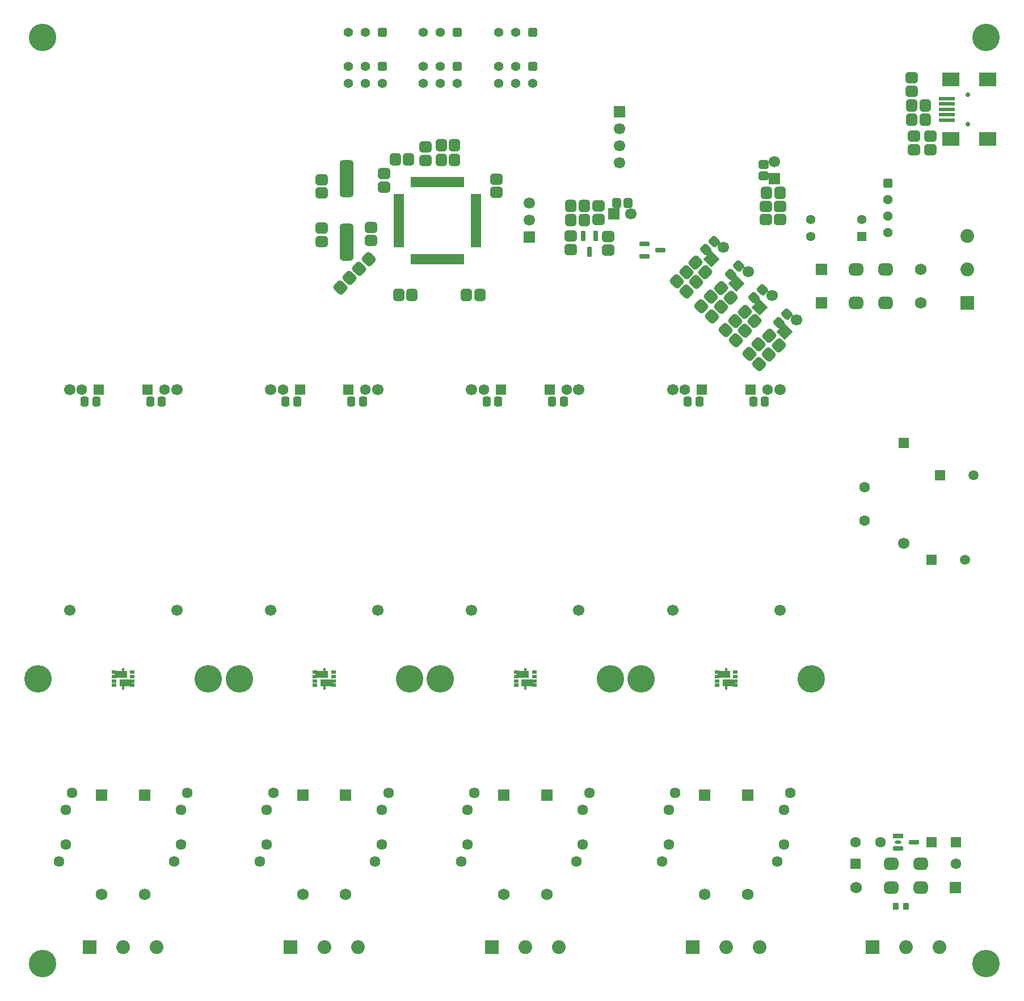
<source format=gts>
G04*
G04 #@! TF.GenerationSoftware,Altium Limited,Altium Designer,20.1.14 (287)*
G04*
G04 Layer_Color=8388736*
%FSLAX44Y44*%
%MOMM*%
G71*
G04*
G04 #@! TF.SameCoordinates,3D168701-3FA7-4EF5-9C64-F6DF4846A73D*
G04*
G04*
G04 #@! TF.FilePolarity,Negative*
G04*
G01*
G75*
%ADD15R,0.4300X0.4725*%
%ADD16R,1.9250X1.0500*%
%ADD38R,2.4000X0.6000*%
%ADD39R,2.6000X2.1000*%
G04:AMPARAMS|DCode=40|XSize=5.6mm|YSize=2.1mm|CornerRadius=0.55mm|HoleSize=0mm|Usage=FLASHONLY|Rotation=270.000|XOffset=0mm|YOffset=0mm|HoleType=Round|Shape=RoundedRectangle|*
%AMROUNDEDRECTD40*
21,1,5.6000,1.0000,0,0,270.0*
21,1,4.5000,2.1000,0,0,270.0*
1,1,1.1000,-0.5000,-2.2500*
1,1,1.1000,-0.5000,2.2500*
1,1,1.1000,0.5000,2.2500*
1,1,1.1000,0.5000,-2.2500*
%
%ADD40ROUNDEDRECTD40*%
%ADD41R,1.6500X0.5000*%
%ADD42R,0.5000X1.6500*%
G04:AMPARAMS|DCode=43|XSize=1.55mm|YSize=1.35mm|CornerRadius=0.3875mm|HoleSize=0mm|Usage=FLASHONLY|Rotation=90.000|XOffset=0mm|YOffset=0mm|HoleType=Round|Shape=RoundedRectangle|*
%AMROUNDEDRECTD43*
21,1,1.5500,0.5750,0,0,90.0*
21,1,0.7750,1.3500,0,0,90.0*
1,1,0.7750,0.2875,0.3875*
1,1,0.7750,0.2875,-0.3875*
1,1,0.7750,-0.2875,-0.3875*
1,1,0.7750,-0.2875,0.3875*
%
%ADD43ROUNDEDRECTD43*%
G04:AMPARAMS|DCode=44|XSize=1.55mm|YSize=1.35mm|CornerRadius=0.3875mm|HoleSize=0mm|Usage=FLASHONLY|Rotation=135.000|XOffset=0mm|YOffset=0mm|HoleType=Round|Shape=RoundedRectangle|*
%AMROUNDEDRECTD44*
21,1,1.5500,0.5750,0,0,135.0*
21,1,0.7750,1.3500,0,0,135.0*
1,1,0.7750,-0.0707,0.4773*
1,1,0.7750,0.4773,-0.0707*
1,1,0.7750,0.0707,-0.4773*
1,1,0.7750,-0.4773,0.0707*
%
%ADD44ROUNDEDRECTD44*%
G04:AMPARAMS|DCode=45|XSize=0.94mm|YSize=0.56mm|CornerRadius=0.165mm|HoleSize=0mm|Usage=FLASHONLY|Rotation=180.000|XOffset=0mm|YOffset=0mm|HoleType=Round|Shape=RoundedRectangle|*
%AMROUNDEDRECTD45*
21,1,0.9400,0.2300,0,0,180.0*
21,1,0.6100,0.5600,0,0,180.0*
1,1,0.3300,-0.3050,0.1150*
1,1,0.3300,0.3050,0.1150*
1,1,0.3300,0.3050,-0.1150*
1,1,0.3300,-0.3050,-0.1150*
%
%ADD45ROUNDEDRECTD45*%
G04:AMPARAMS|DCode=46|XSize=2.12mm|YSize=1.78mm|CornerRadius=0.47mm|HoleSize=0mm|Usage=FLASHONLY|Rotation=180.000|XOffset=0mm|YOffset=0mm|HoleType=Round|Shape=RoundedRectangle|*
%AMROUNDEDRECTD46*
21,1,2.1200,0.8400,0,0,180.0*
21,1,1.1800,1.7800,0,0,180.0*
1,1,0.9400,-0.5900,0.4200*
1,1,0.9400,0.5900,0.4200*
1,1,0.9400,0.5900,-0.4200*
1,1,0.9400,-0.5900,-0.4200*
%
%ADD46ROUNDEDRECTD46*%
G04:AMPARAMS|DCode=47|XSize=1.08mm|YSize=0.91mm|CornerRadius=0.2525mm|HoleSize=0mm|Usage=FLASHONLY|Rotation=270.000|XOffset=0mm|YOffset=0mm|HoleType=Round|Shape=RoundedRectangle|*
%AMROUNDEDRECTD47*
21,1,1.0800,0.4050,0,0,270.0*
21,1,0.5750,0.9100,0,0,270.0*
1,1,0.5050,-0.2025,-0.2875*
1,1,0.5050,-0.2025,0.2875*
1,1,0.5050,0.2025,0.2875*
1,1,0.5050,0.2025,-0.2875*
%
%ADD47ROUNDEDRECTD47*%
%ADD48R,0.7000X1.5500*%
G04:AMPARAMS|DCode=49|XSize=0.7mm|YSize=1.55mm|CornerRadius=0.2mm|HoleSize=0mm|Usage=FLASHONLY|Rotation=0.000|XOffset=0mm|YOffset=0mm|HoleType=Round|Shape=RoundedRectangle|*
%AMROUNDEDRECTD49*
21,1,0.7000,1.1500,0,0,0.0*
21,1,0.3000,1.5500,0,0,0.0*
1,1,0.4000,0.1500,-0.5750*
1,1,0.4000,-0.1500,-0.5750*
1,1,0.4000,-0.1500,0.5750*
1,1,0.4000,0.1500,0.5750*
%
%ADD49ROUNDEDRECTD49*%
G04:AMPARAMS|DCode=50|XSize=1.7mm|YSize=1.85mm|CornerRadius=0.45mm|HoleSize=0mm|Usage=FLASHONLY|Rotation=270.000|XOffset=0mm|YOffset=0mm|HoleType=Round|Shape=RoundedRectangle|*
%AMROUNDEDRECTD50*
21,1,1.7000,0.9500,0,0,270.0*
21,1,0.8000,1.8500,0,0,270.0*
1,1,0.9000,-0.4750,-0.4000*
1,1,0.9000,-0.4750,0.4000*
1,1,0.9000,0.4750,0.4000*
1,1,0.9000,0.4750,-0.4000*
%
%ADD50ROUNDEDRECTD50*%
%ADD51R,1.5500X0.7000*%
G04:AMPARAMS|DCode=52|XSize=0.7mm|YSize=1.55mm|CornerRadius=0.2mm|HoleSize=0mm|Usage=FLASHONLY|Rotation=90.000|XOffset=0mm|YOffset=0mm|HoleType=Round|Shape=RoundedRectangle|*
%AMROUNDEDRECTD52*
21,1,0.7000,1.1500,0,0,90.0*
21,1,0.3000,1.5500,0,0,90.0*
1,1,0.4000,0.5750,0.1500*
1,1,0.4000,0.5750,-0.1500*
1,1,0.4000,-0.5750,-0.1500*
1,1,0.4000,-0.5750,0.1500*
%
%ADD52ROUNDEDRECTD52*%
G04:AMPARAMS|DCode=53|XSize=1.7mm|YSize=1.85mm|CornerRadius=0.45mm|HoleSize=0mm|Usage=FLASHONLY|Rotation=0.000|XOffset=0mm|YOffset=0mm|HoleType=Round|Shape=RoundedRectangle|*
%AMROUNDEDRECTD53*
21,1,1.7000,0.9500,0,0,0.0*
21,1,0.8000,1.8500,0,0,0.0*
1,1,0.9000,0.4000,-0.4750*
1,1,0.9000,-0.4000,-0.4750*
1,1,0.9000,-0.4000,0.4750*
1,1,0.9000,0.4000,0.4750*
%
%ADD53ROUNDEDRECTD53*%
G04:AMPARAMS|DCode=54|XSize=1.7mm|YSize=1.85mm|CornerRadius=0.45mm|HoleSize=0mm|Usage=FLASHONLY|Rotation=225.000|XOffset=0mm|YOffset=0mm|HoleType=Round|Shape=RoundedRectangle|*
%AMROUNDEDRECTD54*
21,1,1.7000,0.9500,0,0,225.0*
21,1,0.8000,1.8500,0,0,225.0*
1,1,0.9000,-0.6187,0.0530*
1,1,0.9000,-0.0530,0.6187*
1,1,0.9000,0.6187,-0.0530*
1,1,0.9000,0.0530,-0.6187*
%
%ADD54ROUNDEDRECTD54*%
G04:AMPARAMS|DCode=55|XSize=1.45mm|YSize=1.25mm|CornerRadius=0.3375mm|HoleSize=0mm|Usage=FLASHONLY|Rotation=270.000|XOffset=0mm|YOffset=0mm|HoleType=Round|Shape=RoundedRectangle|*
%AMROUNDEDRECTD55*
21,1,1.4500,0.5750,0,0,270.0*
21,1,0.7750,1.2500,0,0,270.0*
1,1,0.6750,-0.2875,-0.3875*
1,1,0.6750,-0.2875,0.3875*
1,1,0.6750,0.2875,0.3875*
1,1,0.6750,0.2875,-0.3875*
%
%ADD55ROUNDEDRECTD55*%
%ADD56R,0.6800X0.5000*%
G04:AMPARAMS|DCode=57|XSize=1.7mm|YSize=1.85mm|CornerRadius=0.45mm|HoleSize=0mm|Usage=FLASHONLY|Rotation=315.000|XOffset=0mm|YOffset=0mm|HoleType=Round|Shape=RoundedRectangle|*
%AMROUNDEDRECTD57*
21,1,1.7000,0.9500,0,0,315.0*
21,1,0.8000,1.8500,0,0,315.0*
1,1,0.9000,-0.0530,-0.6187*
1,1,0.9000,-0.6187,-0.0530*
1,1,0.9000,0.0530,0.6187*
1,1,0.9000,0.6187,0.0530*
%
%ADD57ROUNDEDRECTD57*%
G04:AMPARAMS|DCode=58|XSize=1.55mm|YSize=1.35mm|CornerRadius=0.3875mm|HoleSize=0mm|Usage=FLASHONLY|Rotation=180.000|XOffset=0mm|YOffset=0mm|HoleType=Round|Shape=RoundedRectangle|*
%AMROUNDEDRECTD58*
21,1,1.5500,0.5750,0,0,180.0*
21,1,0.7750,1.3500,0,0,180.0*
1,1,0.7750,-0.3875,0.2875*
1,1,0.7750,0.3875,0.2875*
1,1,0.7750,0.3875,-0.2875*
1,1,0.7750,-0.3875,-0.2875*
%
%ADD58ROUNDEDRECTD58*%
%ADD59C,0.7000*%
%ADD60C,1.4000*%
G04:AMPARAMS|DCode=61|XSize=1.4mm|YSize=1.4mm|CornerRadius=0.375mm|HoleSize=0mm|Usage=FLASHONLY|Rotation=270.000|XOffset=0mm|YOffset=0mm|HoleType=Round|Shape=RoundedRectangle|*
%AMROUNDEDRECTD61*
21,1,1.4000,0.6500,0,0,270.0*
21,1,0.6500,1.4000,0,0,270.0*
1,1,0.7500,-0.3250,-0.3250*
1,1,0.7500,-0.3250,0.3250*
1,1,0.7500,0.3250,0.3250*
1,1,0.7500,0.3250,-0.3250*
%
%ADD61ROUNDEDRECTD61*%
%ADD62R,1.4000X1.4000*%
%ADD63C,1.4370*%
G04:AMPARAMS|DCode=64|XSize=1.437mm|YSize=1.437mm|CornerRadius=0.3843mm|HoleSize=0mm|Usage=FLASHONLY|Rotation=270.000|XOffset=0mm|YOffset=0mm|HoleType=Round|Shape=RoundedRectangle|*
%AMROUNDEDRECTD64*
21,1,1.4370,0.6685,0,0,270.0*
21,1,0.6685,1.4370,0,0,270.0*
1,1,0.7685,-0.3343,-0.3343*
1,1,0.7685,-0.3343,0.3343*
1,1,0.7685,0.3343,0.3343*
1,1,0.7685,0.3343,-0.3343*
%
%ADD64ROUNDEDRECTD64*%
%ADD65C,1.7000*%
%ADD66R,1.7000X1.7000*%
%ADD67P,2.4042X4X270.0*%
%ADD68R,1.5000X1.5000*%
%ADD69C,1.5000*%
%ADD70C,1.6000*%
%ADD71R,1.6000X1.6000*%
%ADD72C,1.7500*%
%ADD73R,1.7500X1.7500*%
%ADD74R,1.6000X1.6000*%
%ADD75R,1.7500X1.7500*%
%ADD76C,1.6150*%
%ADD77C,2.0500*%
%ADD78R,2.0500X2.0500*%
%ADD79R,2.0500X2.0500*%
%ADD80C,4.1000*%
%ADD81R,1.7000X1.7000*%
D15*
X346000Y634362D02*
D03*
X346000Y607638D02*
D03*
X646000D02*
D03*
X646000Y634362D02*
D03*
X946000D02*
D03*
X946000Y607638D02*
D03*
X1246000D02*
D03*
X1246000Y634362D02*
D03*
D16*
X342125Y627499D02*
D03*
X349875Y614500D02*
D03*
X649875D02*
D03*
X642125Y627499D02*
D03*
X942125Y627500D02*
D03*
X949875Y614500D02*
D03*
X1249875D02*
D03*
X1242125Y627499D02*
D03*
D38*
X1575500Y1470999D02*
D03*
Y1487000D02*
D03*
Y1479000D02*
D03*
Y1463000D02*
D03*
Y1455000D02*
D03*
D39*
X1636500Y1515500D02*
D03*
Y1426500D02*
D03*
X1581500Y1515500D02*
D03*
Y1426500D02*
D03*
D40*
X679000Y1367500D02*
D03*
Y1272500D02*
D03*
D41*
X872500Y1292500D02*
D03*
Y1282500D02*
D03*
Y1287500D02*
D03*
Y1297500D02*
D03*
X757500Y1342500D02*
D03*
Y1337500D02*
D03*
Y1332500D02*
D03*
Y1327500D02*
D03*
Y1322500D02*
D03*
Y1317500D02*
D03*
Y1312500D02*
D03*
Y1307500D02*
D03*
Y1302500D02*
D03*
Y1297500D02*
D03*
Y1292500D02*
D03*
Y1287500D02*
D03*
Y1282500D02*
D03*
Y1277500D02*
D03*
Y1272500D02*
D03*
Y1267500D02*
D03*
X872500D02*
D03*
Y1272500D02*
D03*
Y1277500D02*
D03*
Y1302500D02*
D03*
Y1307500D02*
D03*
Y1312500D02*
D03*
Y1317500D02*
D03*
Y1322500D02*
D03*
Y1327500D02*
D03*
Y1332500D02*
D03*
Y1337500D02*
D03*
Y1342500D02*
D03*
D42*
X777500Y1247500D02*
D03*
X782500D02*
D03*
X787500D02*
D03*
X792500D02*
D03*
X797500D02*
D03*
X802500D02*
D03*
X807500D02*
D03*
X812500D02*
D03*
X817500D02*
D03*
X822500D02*
D03*
X827500D02*
D03*
X832500D02*
D03*
X837500D02*
D03*
X842500D02*
D03*
X847500D02*
D03*
X852500D02*
D03*
Y1362500D02*
D03*
X847500D02*
D03*
X842500D02*
D03*
X837500D02*
D03*
X832500D02*
D03*
X827500D02*
D03*
X822500D02*
D03*
X817500D02*
D03*
X812500D02*
D03*
X807500D02*
D03*
X802500D02*
D03*
X797500D02*
D03*
X792500D02*
D03*
X787500D02*
D03*
X782500D02*
D03*
X777500D02*
D03*
D43*
X1082251Y1331001D02*
D03*
X1099751D02*
D03*
D44*
X1215433Y1261608D02*
D03*
X1227807Y1273982D02*
D03*
X1252203Y1224838D02*
D03*
X1264577Y1237213D02*
D03*
X1287558Y1189483D02*
D03*
X1299932Y1201857D02*
D03*
X1324328Y1152713D02*
D03*
X1336702Y1165088D02*
D03*
D45*
X1502601Y377000D02*
D03*
X1525399D02*
D03*
D46*
X1536000Y309000D02*
D03*
X1492000D02*
D03*
X1439842Y1181750D02*
D03*
X1483842D02*
D03*
X1440000Y1232000D02*
D03*
X1484000D02*
D03*
X1536000Y345000D02*
D03*
X1492000D02*
D03*
D47*
X1514000Y281000D02*
D03*
X1498600D02*
D03*
D48*
X1051500Y1281750D02*
D03*
D49*
X1032500D02*
D03*
X1042000Y1258250D02*
D03*
D50*
X1055000Y1327000D02*
D03*
Y1307000D02*
D03*
X1070000Y1261000D02*
D03*
Y1281000D02*
D03*
X1014000Y1261750D02*
D03*
Y1281750D02*
D03*
X1551000Y1431000D02*
D03*
Y1411000D02*
D03*
X903000Y1366950D02*
D03*
Y1346950D02*
D03*
X716000Y1295000D02*
D03*
Y1275000D02*
D03*
X642000Y1366000D02*
D03*
Y1346000D02*
D03*
Y1294000D02*
D03*
Y1274000D02*
D03*
X1526000Y1411000D02*
D03*
Y1431000D02*
D03*
X1523000Y1518000D02*
D03*
Y1498000D02*
D03*
X797500Y1414870D02*
D03*
Y1394870D02*
D03*
X735000Y1375000D02*
D03*
Y1355000D02*
D03*
X1326000Y1306400D02*
D03*
Y1326400D02*
D03*
X1305000Y1306400D02*
D03*
Y1326400D02*
D03*
D51*
X1502250Y386500D02*
D03*
D52*
Y367500D02*
D03*
X1525750Y377000D02*
D03*
X1124250Y1270500D02*
D03*
Y1251500D02*
D03*
X1147750Y1261000D02*
D03*
D53*
X820500Y1417214D02*
D03*
X840500D02*
D03*
X757000Y1194000D02*
D03*
X777000D02*
D03*
X752000Y1396000D02*
D03*
X772000D02*
D03*
X1014000Y1327000D02*
D03*
X1034000D02*
D03*
X1014000Y1306000D02*
D03*
X1034000D02*
D03*
X1523000Y1477000D02*
D03*
X1543000D02*
D03*
X1523000Y1456000D02*
D03*
X1543000D02*
D03*
X820500Y1395461D02*
D03*
X840500D02*
D03*
X1326000Y1346400D02*
D03*
X1306000Y1346400D02*
D03*
X858000Y1194000D02*
D03*
X878000D02*
D03*
D54*
X684000Y1219000D02*
D03*
X669858Y1204858D02*
D03*
X712142Y1247142D02*
D03*
X698000Y1233000D02*
D03*
X1172123Y1214054D02*
D03*
X1186265Y1228196D02*
D03*
X1208892Y1177284D02*
D03*
X1223035Y1191426D02*
D03*
X1244955Y1141222D02*
D03*
X1259097Y1155364D02*
D03*
X1280310Y1105866D02*
D03*
X1294452Y1120009D02*
D03*
X1186972Y1199204D02*
D03*
X1201114Y1213347D02*
D03*
X1224449Y1161728D02*
D03*
X1238591Y1175870D02*
D03*
X1259804Y1126373D02*
D03*
X1273946Y1140515D02*
D03*
X1295159Y1091017D02*
D03*
X1309301Y1105159D02*
D03*
D55*
X288249Y1034999D02*
D03*
X305749D02*
D03*
X605749D02*
D03*
X588249D02*
D03*
X905749D02*
D03*
X888249D02*
D03*
X1205749D02*
D03*
X1188249D02*
D03*
X403751Y1035001D02*
D03*
X386251D02*
D03*
X686251D02*
D03*
X703751D02*
D03*
X986251D02*
D03*
X1003751D02*
D03*
X1286251D02*
D03*
X1303751D02*
D03*
D56*
X359600Y611250D02*
D03*
Y617750D02*
D03*
X332400Y611250D02*
D03*
Y617750D02*
D03*
X359600Y630750D02*
D03*
Y624250D02*
D03*
X332400Y630750D02*
D03*
Y624250D02*
D03*
X632400D02*
D03*
Y630750D02*
D03*
X659600Y624250D02*
D03*
Y630750D02*
D03*
X632400Y617750D02*
D03*
Y611250D02*
D03*
X659600Y617750D02*
D03*
Y611250D02*
D03*
X959600D02*
D03*
Y617750D02*
D03*
X932400Y611250D02*
D03*
Y617750D02*
D03*
X959600Y630750D02*
D03*
Y624250D02*
D03*
X932400Y630750D02*
D03*
Y624250D02*
D03*
X1232400D02*
D03*
Y630750D02*
D03*
X1259600Y624250D02*
D03*
Y630750D02*
D03*
X1232400Y617750D02*
D03*
Y611250D02*
D03*
X1259600Y617750D02*
D03*
Y611250D02*
D03*
D57*
X1200407Y1242338D02*
D03*
X1214549Y1228196D02*
D03*
X1238591Y1204154D02*
D03*
X1252733Y1190012D02*
D03*
X1273946Y1168799D02*
D03*
X1288088Y1154657D02*
D03*
X1310009Y1132737D02*
D03*
X1324151Y1118594D02*
D03*
D58*
X1301999Y1371651D02*
D03*
Y1389151D02*
D03*
D59*
X1606500Y1492999D02*
D03*
Y1449000D02*
D03*
D60*
X682200Y1509800D02*
D03*
X707600D02*
D03*
X733000D02*
D03*
X682200Y1586000D02*
D03*
X707600D02*
D03*
X819400D02*
D03*
X794000D02*
D03*
X844800Y1509800D02*
D03*
X819400D02*
D03*
X794000D02*
D03*
X931400Y1586000D02*
D03*
X906000D02*
D03*
X956800Y1509800D02*
D03*
X931400D02*
D03*
X906000D02*
D03*
X1448000Y1306400D02*
D03*
X1371800D02*
D03*
Y1281000D02*
D03*
X682200Y1509800D02*
D03*
X707600D02*
D03*
X733000D02*
D03*
X682200Y1535200D02*
D03*
X707600D02*
D03*
X819400D02*
D03*
X794000D02*
D03*
X844800Y1509800D02*
D03*
X819400D02*
D03*
X794000D02*
D03*
X931400Y1535200D02*
D03*
X906000D02*
D03*
X956800Y1509800D02*
D03*
X931400D02*
D03*
X906000D02*
D03*
D61*
X733000Y1586000D02*
D03*
X844800D02*
D03*
X956800D02*
D03*
X733000Y1535200D02*
D03*
X844800D02*
D03*
X956800D02*
D03*
D62*
X1448000Y1281000D02*
D03*
D63*
X1487000Y1287000D02*
D03*
Y1311500D02*
D03*
Y1336000D02*
D03*
D64*
Y1360500D02*
D03*
D65*
X1103700Y1315159D02*
D03*
X1241914Y1265461D02*
D03*
X1278684Y1228691D02*
D03*
X1314039Y1193336D02*
D03*
X1511000Y823000D02*
D03*
X1350809Y1156566D02*
D03*
X426000Y1053000D02*
D03*
Y723000D02*
D03*
X726000Y1053000D02*
D03*
Y723000D02*
D03*
X1026000D02*
D03*
Y1053000D02*
D03*
X1326000D02*
D03*
Y723000D02*
D03*
X266000Y1053000D02*
D03*
Y723000D02*
D03*
X566000Y1053000D02*
D03*
Y723000D02*
D03*
X866000D02*
D03*
Y1053000D02*
D03*
X1166000D02*
D03*
Y723000D02*
D03*
X952344Y1305944D02*
D03*
Y1331344D02*
D03*
X1318000Y1393100D02*
D03*
X1087000Y1391600D02*
D03*
Y1442400D02*
D03*
Y1417000D02*
D03*
D66*
X1078300Y1315159D02*
D03*
D67*
X1223954Y1247500D02*
D03*
X1260723Y1210730D02*
D03*
X1296079Y1175375D02*
D03*
X1332848Y1138606D02*
D03*
D68*
X1552000Y799000D02*
D03*
X1565000Y925000D02*
D03*
D69*
X1602000Y799000D02*
D03*
X1615000Y925000D02*
D03*
D70*
X1475900Y377000D02*
D03*
X1439000D02*
D03*
X1452000Y857000D02*
D03*
Y907000D02*
D03*
X284300Y1053000D02*
D03*
X584300Y1053000D02*
D03*
X884300D02*
D03*
X1184300Y1053000D02*
D03*
X407700Y1053000D02*
D03*
X707700Y1053000D02*
D03*
X1007700D02*
D03*
X1307700Y1053000D02*
D03*
X1589000Y345000D02*
D03*
D71*
X1552100Y377000D02*
D03*
X1589000D02*
D03*
X309700Y1053000D02*
D03*
X609700Y1053000D02*
D03*
X909700D02*
D03*
X1209700Y1053000D02*
D03*
X382300Y1053000D02*
D03*
X682300Y1053000D02*
D03*
X982300D02*
D03*
X1282300Y1053000D02*
D03*
X1439000Y345000D02*
D03*
D72*
X1440000Y309000D02*
D03*
X1535842Y1181750D02*
D03*
X1536000Y1232000D02*
D03*
X314000Y299000D02*
D03*
X614000D02*
D03*
X914000D02*
D03*
X1214000D02*
D03*
X378000D02*
D03*
X678000D02*
D03*
X978000D02*
D03*
X1278000D02*
D03*
D73*
X1588000Y309000D02*
D03*
X1387842Y1181750D02*
D03*
X1388000Y1232000D02*
D03*
D74*
X1511000Y973000D02*
D03*
D75*
X314000Y447000D02*
D03*
X614000D02*
D03*
X914000D02*
D03*
X1214000D02*
D03*
X378000D02*
D03*
X678000D02*
D03*
X978000D02*
D03*
X1278000D02*
D03*
D76*
X260000Y374000D02*
D03*
Y425000D02*
D03*
X560000D02*
D03*
Y374000D02*
D03*
X860000D02*
D03*
Y425000D02*
D03*
X1160000D02*
D03*
Y374000D02*
D03*
X269950Y450500D02*
D03*
X250050Y348500D02*
D03*
X550050D02*
D03*
X569950Y450500D02*
D03*
X869950D02*
D03*
X850050Y348500D02*
D03*
X1150050D02*
D03*
X1169950Y450500D02*
D03*
X432000Y374000D02*
D03*
Y425000D02*
D03*
X732000D02*
D03*
Y374000D02*
D03*
X1032000D02*
D03*
Y425000D02*
D03*
X1332000D02*
D03*
Y374000D02*
D03*
X441900Y450500D02*
D03*
X422000Y348500D02*
D03*
X722000D02*
D03*
X741900Y450500D02*
D03*
X1041900D02*
D03*
X1022000Y348500D02*
D03*
X1322000D02*
D03*
X1341900Y450500D02*
D03*
D77*
X346000Y220000D02*
D03*
X396000D02*
D03*
X646000D02*
D03*
X696000D02*
D03*
X946000D02*
D03*
X996000D02*
D03*
X1246000D02*
D03*
X1296000D02*
D03*
X1514000D02*
D03*
X1564000D02*
D03*
X1606000Y1281750D02*
D03*
Y1231750D02*
D03*
D78*
X296000Y220000D02*
D03*
X596000D02*
D03*
X896000D02*
D03*
X1196000D02*
D03*
X1464000D02*
D03*
D79*
X1606000Y1181750D02*
D03*
D80*
X226000Y1578000D02*
D03*
X1634000D02*
D03*
X226000Y196000D02*
D03*
X1634000D02*
D03*
X473000Y621000D02*
D03*
X773000D02*
D03*
X1073000D02*
D03*
X1373000D02*
D03*
X219000D02*
D03*
X519000D02*
D03*
X819000D02*
D03*
X1119000D02*
D03*
D81*
X952344Y1280544D02*
D03*
X1318000Y1367700D02*
D03*
X1087000Y1467800D02*
D03*
M02*

</source>
